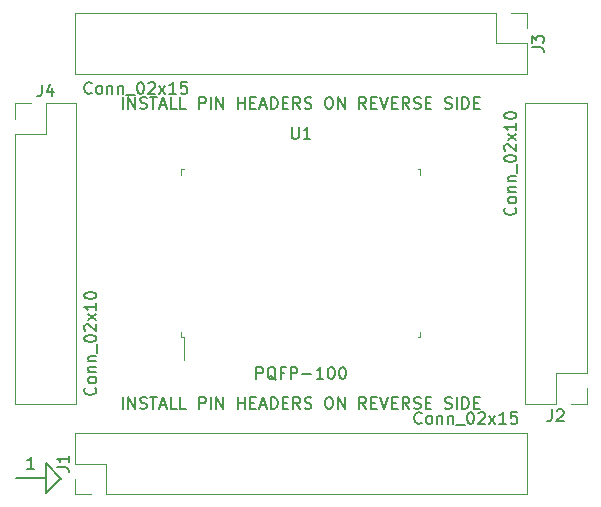
<source format=gbr>
%TF.GenerationSoftware,KiCad,Pcbnew,(6.0.11)*%
%TF.CreationDate,2024-01-13T12:12:08-05:00*%
%TF.ProjectId,PQFP-100-Adapter,50514650-2d31-4303-902d-416461707465,rev?*%
%TF.SameCoordinates,Original*%
%TF.FileFunction,Legend,Top*%
%TF.FilePolarity,Positive*%
%FSLAX46Y46*%
G04 Gerber Fmt 4.6, Leading zero omitted, Abs format (unit mm)*
G04 Created by KiCad (PCBNEW (6.0.11)) date 2024-01-13 12:12:08*
%MOMM*%
%LPD*%
G01*
G04 APERTURE LIST*
%ADD10C,0.150000*%
%ADD11C,0.120000*%
G04 APERTURE END LIST*
D10*
X129825714Y-116022380D02*
X129254285Y-116022380D01*
X129540000Y-116022380D02*
X129540000Y-115022380D01*
X129444761Y-115165238D01*
X129349523Y-115260476D01*
X129254285Y-115308095D01*
X130805000Y-116840000D02*
X128270000Y-116840000D01*
X130805000Y-118110000D02*
X132080000Y-116835000D01*
X130805000Y-115570000D02*
X130805000Y-118110000D01*
X132080000Y-116845000D02*
X130805000Y-115570000D01*
X137304761Y-110942380D02*
X137304761Y-109942380D01*
X137780952Y-110942380D02*
X137780952Y-109942380D01*
X138352380Y-110942380D01*
X138352380Y-109942380D01*
X138780952Y-110894761D02*
X138923809Y-110942380D01*
X139161904Y-110942380D01*
X139257142Y-110894761D01*
X139304761Y-110847142D01*
X139352380Y-110751904D01*
X139352380Y-110656666D01*
X139304761Y-110561428D01*
X139257142Y-110513809D01*
X139161904Y-110466190D01*
X138971428Y-110418571D01*
X138876190Y-110370952D01*
X138828571Y-110323333D01*
X138780952Y-110228095D01*
X138780952Y-110132857D01*
X138828571Y-110037619D01*
X138876190Y-109990000D01*
X138971428Y-109942380D01*
X139209523Y-109942380D01*
X139352380Y-109990000D01*
X139638095Y-109942380D02*
X140209523Y-109942380D01*
X139923809Y-110942380D02*
X139923809Y-109942380D01*
X140495238Y-110656666D02*
X140971428Y-110656666D01*
X140400000Y-110942380D02*
X140733333Y-109942380D01*
X141066666Y-110942380D01*
X141876190Y-110942380D02*
X141400000Y-110942380D01*
X141400000Y-109942380D01*
X142685714Y-110942380D02*
X142209523Y-110942380D01*
X142209523Y-109942380D01*
X143780952Y-110942380D02*
X143780952Y-109942380D01*
X144161904Y-109942380D01*
X144257142Y-109990000D01*
X144304761Y-110037619D01*
X144352380Y-110132857D01*
X144352380Y-110275714D01*
X144304761Y-110370952D01*
X144257142Y-110418571D01*
X144161904Y-110466190D01*
X143780952Y-110466190D01*
X144780952Y-110942380D02*
X144780952Y-109942380D01*
X145257142Y-110942380D02*
X145257142Y-109942380D01*
X145828571Y-110942380D01*
X145828571Y-109942380D01*
X147066666Y-110942380D02*
X147066666Y-109942380D01*
X147066666Y-110418571D02*
X147638095Y-110418571D01*
X147638095Y-110942380D02*
X147638095Y-109942380D01*
X148114285Y-110418571D02*
X148447619Y-110418571D01*
X148590476Y-110942380D02*
X148114285Y-110942380D01*
X148114285Y-109942380D01*
X148590476Y-109942380D01*
X148971428Y-110656666D02*
X149447619Y-110656666D01*
X148876190Y-110942380D02*
X149209523Y-109942380D01*
X149542857Y-110942380D01*
X149876190Y-110942380D02*
X149876190Y-109942380D01*
X150114285Y-109942380D01*
X150257142Y-109990000D01*
X150352380Y-110085238D01*
X150400000Y-110180476D01*
X150447619Y-110370952D01*
X150447619Y-110513809D01*
X150400000Y-110704285D01*
X150352380Y-110799523D01*
X150257142Y-110894761D01*
X150114285Y-110942380D01*
X149876190Y-110942380D01*
X150876190Y-110418571D02*
X151209523Y-110418571D01*
X151352380Y-110942380D02*
X150876190Y-110942380D01*
X150876190Y-109942380D01*
X151352380Y-109942380D01*
X152352380Y-110942380D02*
X152019047Y-110466190D01*
X151780952Y-110942380D02*
X151780952Y-109942380D01*
X152161904Y-109942380D01*
X152257142Y-109990000D01*
X152304761Y-110037619D01*
X152352380Y-110132857D01*
X152352380Y-110275714D01*
X152304761Y-110370952D01*
X152257142Y-110418571D01*
X152161904Y-110466190D01*
X151780952Y-110466190D01*
X152733333Y-110894761D02*
X152876190Y-110942380D01*
X153114285Y-110942380D01*
X153209523Y-110894761D01*
X153257142Y-110847142D01*
X153304761Y-110751904D01*
X153304761Y-110656666D01*
X153257142Y-110561428D01*
X153209523Y-110513809D01*
X153114285Y-110466190D01*
X152923809Y-110418571D01*
X152828571Y-110370952D01*
X152780952Y-110323333D01*
X152733333Y-110228095D01*
X152733333Y-110132857D01*
X152780952Y-110037619D01*
X152828571Y-109990000D01*
X152923809Y-109942380D01*
X153161904Y-109942380D01*
X153304761Y-109990000D01*
X154685714Y-109942380D02*
X154876190Y-109942380D01*
X154971428Y-109990000D01*
X155066666Y-110085238D01*
X155114285Y-110275714D01*
X155114285Y-110609047D01*
X155066666Y-110799523D01*
X154971428Y-110894761D01*
X154876190Y-110942380D01*
X154685714Y-110942380D01*
X154590476Y-110894761D01*
X154495238Y-110799523D01*
X154447619Y-110609047D01*
X154447619Y-110275714D01*
X154495238Y-110085238D01*
X154590476Y-109990000D01*
X154685714Y-109942380D01*
X155542857Y-110942380D02*
X155542857Y-109942380D01*
X156114285Y-110942380D01*
X156114285Y-109942380D01*
X157923809Y-110942380D02*
X157590476Y-110466190D01*
X157352380Y-110942380D02*
X157352380Y-109942380D01*
X157733333Y-109942380D01*
X157828571Y-109990000D01*
X157876190Y-110037619D01*
X157923809Y-110132857D01*
X157923809Y-110275714D01*
X157876190Y-110370952D01*
X157828571Y-110418571D01*
X157733333Y-110466190D01*
X157352380Y-110466190D01*
X158352380Y-110418571D02*
X158685714Y-110418571D01*
X158828571Y-110942380D02*
X158352380Y-110942380D01*
X158352380Y-109942380D01*
X158828571Y-109942380D01*
X159114285Y-109942380D02*
X159447619Y-110942380D01*
X159780952Y-109942380D01*
X160114285Y-110418571D02*
X160447619Y-110418571D01*
X160590476Y-110942380D02*
X160114285Y-110942380D01*
X160114285Y-109942380D01*
X160590476Y-109942380D01*
X161590476Y-110942380D02*
X161257142Y-110466190D01*
X161019047Y-110942380D02*
X161019047Y-109942380D01*
X161400000Y-109942380D01*
X161495238Y-109990000D01*
X161542857Y-110037619D01*
X161590476Y-110132857D01*
X161590476Y-110275714D01*
X161542857Y-110370952D01*
X161495238Y-110418571D01*
X161400000Y-110466190D01*
X161019047Y-110466190D01*
X161971428Y-110894761D02*
X162114285Y-110942380D01*
X162352380Y-110942380D01*
X162447619Y-110894761D01*
X162495238Y-110847142D01*
X162542857Y-110751904D01*
X162542857Y-110656666D01*
X162495238Y-110561428D01*
X162447619Y-110513809D01*
X162352380Y-110466190D01*
X162161904Y-110418571D01*
X162066666Y-110370952D01*
X162019047Y-110323333D01*
X161971428Y-110228095D01*
X161971428Y-110132857D01*
X162019047Y-110037619D01*
X162066666Y-109990000D01*
X162161904Y-109942380D01*
X162400000Y-109942380D01*
X162542857Y-109990000D01*
X162971428Y-110418571D02*
X163304761Y-110418571D01*
X163447619Y-110942380D02*
X162971428Y-110942380D01*
X162971428Y-109942380D01*
X163447619Y-109942380D01*
X164590476Y-110894761D02*
X164733333Y-110942380D01*
X164971428Y-110942380D01*
X165066666Y-110894761D01*
X165114285Y-110847142D01*
X165161904Y-110751904D01*
X165161904Y-110656666D01*
X165114285Y-110561428D01*
X165066666Y-110513809D01*
X164971428Y-110466190D01*
X164780952Y-110418571D01*
X164685714Y-110370952D01*
X164638095Y-110323333D01*
X164590476Y-110228095D01*
X164590476Y-110132857D01*
X164638095Y-110037619D01*
X164685714Y-109990000D01*
X164780952Y-109942380D01*
X165019047Y-109942380D01*
X165161904Y-109990000D01*
X165590476Y-110942380D02*
X165590476Y-109942380D01*
X166066666Y-110942380D02*
X166066666Y-109942380D01*
X166304761Y-109942380D01*
X166447619Y-109990000D01*
X166542857Y-110085238D01*
X166590476Y-110180476D01*
X166638095Y-110370952D01*
X166638095Y-110513809D01*
X166590476Y-110704285D01*
X166542857Y-110799523D01*
X166447619Y-110894761D01*
X166304761Y-110942380D01*
X166066666Y-110942380D01*
X167066666Y-110418571D02*
X167399999Y-110418571D01*
X167542857Y-110942380D02*
X167066666Y-110942380D01*
X167066666Y-109942380D01*
X167542857Y-109942380D01*
X137304761Y-85542380D02*
X137304761Y-84542380D01*
X137780952Y-85542380D02*
X137780952Y-84542380D01*
X138352380Y-85542380D01*
X138352380Y-84542380D01*
X138780952Y-85494761D02*
X138923809Y-85542380D01*
X139161904Y-85542380D01*
X139257142Y-85494761D01*
X139304761Y-85447142D01*
X139352380Y-85351904D01*
X139352380Y-85256666D01*
X139304761Y-85161428D01*
X139257142Y-85113809D01*
X139161904Y-85066190D01*
X138971428Y-85018571D01*
X138876190Y-84970952D01*
X138828571Y-84923333D01*
X138780952Y-84828095D01*
X138780952Y-84732857D01*
X138828571Y-84637619D01*
X138876190Y-84590000D01*
X138971428Y-84542380D01*
X139209523Y-84542380D01*
X139352380Y-84590000D01*
X139638095Y-84542380D02*
X140209523Y-84542380D01*
X139923809Y-85542380D02*
X139923809Y-84542380D01*
X140495238Y-85256666D02*
X140971428Y-85256666D01*
X140400000Y-85542380D02*
X140733333Y-84542380D01*
X141066666Y-85542380D01*
X141876190Y-85542380D02*
X141400000Y-85542380D01*
X141400000Y-84542380D01*
X142685714Y-85542380D02*
X142209523Y-85542380D01*
X142209523Y-84542380D01*
X143780952Y-85542380D02*
X143780952Y-84542380D01*
X144161904Y-84542380D01*
X144257142Y-84590000D01*
X144304761Y-84637619D01*
X144352380Y-84732857D01*
X144352380Y-84875714D01*
X144304761Y-84970952D01*
X144257142Y-85018571D01*
X144161904Y-85066190D01*
X143780952Y-85066190D01*
X144780952Y-85542380D02*
X144780952Y-84542380D01*
X145257142Y-85542380D02*
X145257142Y-84542380D01*
X145828571Y-85542380D01*
X145828571Y-84542380D01*
X147066666Y-85542380D02*
X147066666Y-84542380D01*
X147066666Y-85018571D02*
X147638095Y-85018571D01*
X147638095Y-85542380D02*
X147638095Y-84542380D01*
X148114285Y-85018571D02*
X148447619Y-85018571D01*
X148590476Y-85542380D02*
X148114285Y-85542380D01*
X148114285Y-84542380D01*
X148590476Y-84542380D01*
X148971428Y-85256666D02*
X149447619Y-85256666D01*
X148876190Y-85542380D02*
X149209523Y-84542380D01*
X149542857Y-85542380D01*
X149876190Y-85542380D02*
X149876190Y-84542380D01*
X150114285Y-84542380D01*
X150257142Y-84590000D01*
X150352380Y-84685238D01*
X150400000Y-84780476D01*
X150447619Y-84970952D01*
X150447619Y-85113809D01*
X150400000Y-85304285D01*
X150352380Y-85399523D01*
X150257142Y-85494761D01*
X150114285Y-85542380D01*
X149876190Y-85542380D01*
X150876190Y-85018571D02*
X151209523Y-85018571D01*
X151352380Y-85542380D02*
X150876190Y-85542380D01*
X150876190Y-84542380D01*
X151352380Y-84542380D01*
X152352380Y-85542380D02*
X152019047Y-85066190D01*
X151780952Y-85542380D02*
X151780952Y-84542380D01*
X152161904Y-84542380D01*
X152257142Y-84590000D01*
X152304761Y-84637619D01*
X152352380Y-84732857D01*
X152352380Y-84875714D01*
X152304761Y-84970952D01*
X152257142Y-85018571D01*
X152161904Y-85066190D01*
X151780952Y-85066190D01*
X152733333Y-85494761D02*
X152876190Y-85542380D01*
X153114285Y-85542380D01*
X153209523Y-85494761D01*
X153257142Y-85447142D01*
X153304761Y-85351904D01*
X153304761Y-85256666D01*
X153257142Y-85161428D01*
X153209523Y-85113809D01*
X153114285Y-85066190D01*
X152923809Y-85018571D01*
X152828571Y-84970952D01*
X152780952Y-84923333D01*
X152733333Y-84828095D01*
X152733333Y-84732857D01*
X152780952Y-84637619D01*
X152828571Y-84590000D01*
X152923809Y-84542380D01*
X153161904Y-84542380D01*
X153304761Y-84590000D01*
X154685714Y-84542380D02*
X154876190Y-84542380D01*
X154971428Y-84590000D01*
X155066666Y-84685238D01*
X155114285Y-84875714D01*
X155114285Y-85209047D01*
X155066666Y-85399523D01*
X154971428Y-85494761D01*
X154876190Y-85542380D01*
X154685714Y-85542380D01*
X154590476Y-85494761D01*
X154495238Y-85399523D01*
X154447619Y-85209047D01*
X154447619Y-84875714D01*
X154495238Y-84685238D01*
X154590476Y-84590000D01*
X154685714Y-84542380D01*
X155542857Y-85542380D02*
X155542857Y-84542380D01*
X156114285Y-85542380D01*
X156114285Y-84542380D01*
X157923809Y-85542380D02*
X157590476Y-85066190D01*
X157352380Y-85542380D02*
X157352380Y-84542380D01*
X157733333Y-84542380D01*
X157828571Y-84590000D01*
X157876190Y-84637619D01*
X157923809Y-84732857D01*
X157923809Y-84875714D01*
X157876190Y-84970952D01*
X157828571Y-85018571D01*
X157733333Y-85066190D01*
X157352380Y-85066190D01*
X158352380Y-85018571D02*
X158685714Y-85018571D01*
X158828571Y-85542380D02*
X158352380Y-85542380D01*
X158352380Y-84542380D01*
X158828571Y-84542380D01*
X159114285Y-84542380D02*
X159447619Y-85542380D01*
X159780952Y-84542380D01*
X160114285Y-85018571D02*
X160447619Y-85018571D01*
X160590476Y-85542380D02*
X160114285Y-85542380D01*
X160114285Y-84542380D01*
X160590476Y-84542380D01*
X161590476Y-85542380D02*
X161257142Y-85066190D01*
X161019047Y-85542380D02*
X161019047Y-84542380D01*
X161400000Y-84542380D01*
X161495238Y-84590000D01*
X161542857Y-84637619D01*
X161590476Y-84732857D01*
X161590476Y-84875714D01*
X161542857Y-84970952D01*
X161495238Y-85018571D01*
X161400000Y-85066190D01*
X161019047Y-85066190D01*
X161971428Y-85494761D02*
X162114285Y-85542380D01*
X162352380Y-85542380D01*
X162447619Y-85494761D01*
X162495238Y-85447142D01*
X162542857Y-85351904D01*
X162542857Y-85256666D01*
X162495238Y-85161428D01*
X162447619Y-85113809D01*
X162352380Y-85066190D01*
X162161904Y-85018571D01*
X162066666Y-84970952D01*
X162019047Y-84923333D01*
X161971428Y-84828095D01*
X161971428Y-84732857D01*
X162019047Y-84637619D01*
X162066666Y-84590000D01*
X162161904Y-84542380D01*
X162400000Y-84542380D01*
X162542857Y-84590000D01*
X162971428Y-85018571D02*
X163304761Y-85018571D01*
X163447619Y-85542380D02*
X162971428Y-85542380D01*
X162971428Y-84542380D01*
X163447619Y-84542380D01*
X164590476Y-85494761D02*
X164733333Y-85542380D01*
X164971428Y-85542380D01*
X165066666Y-85494761D01*
X165114285Y-85447142D01*
X165161904Y-85351904D01*
X165161904Y-85256666D01*
X165114285Y-85161428D01*
X165066666Y-85113809D01*
X164971428Y-85066190D01*
X164780952Y-85018571D01*
X164685714Y-84970952D01*
X164638095Y-84923333D01*
X164590476Y-84828095D01*
X164590476Y-84732857D01*
X164638095Y-84637619D01*
X164685714Y-84590000D01*
X164780952Y-84542380D01*
X165019047Y-84542380D01*
X165161904Y-84590000D01*
X165590476Y-85542380D02*
X165590476Y-84542380D01*
X166066666Y-85542380D02*
X166066666Y-84542380D01*
X166304761Y-84542380D01*
X166447619Y-84590000D01*
X166542857Y-84685238D01*
X166590476Y-84780476D01*
X166638095Y-84970952D01*
X166638095Y-85113809D01*
X166590476Y-85304285D01*
X166542857Y-85399523D01*
X166447619Y-85494761D01*
X166304761Y-85542380D01*
X166066666Y-85542380D01*
X167066666Y-85018571D02*
X167399999Y-85018571D01*
X167542857Y-85542380D02*
X167066666Y-85542380D01*
X167066666Y-84542380D01*
X167542857Y-84542380D01*
%TO.C,J3*%
X171962380Y-80343333D02*
X172676666Y-80343333D01*
X172819523Y-80390952D01*
X172914761Y-80486190D01*
X172962380Y-80629047D01*
X172962380Y-80724285D01*
X171962380Y-79962380D02*
X171962380Y-79343333D01*
X172343333Y-79676666D01*
X172343333Y-79533809D01*
X172390952Y-79438571D01*
X172438571Y-79390952D01*
X172533809Y-79343333D01*
X172771904Y-79343333D01*
X172867142Y-79390952D01*
X172914761Y-79438571D01*
X172962380Y-79533809D01*
X172962380Y-79819523D01*
X172914761Y-79914761D01*
X172867142Y-79962380D01*
X134691904Y-84177142D02*
X134644285Y-84224761D01*
X134501428Y-84272380D01*
X134406190Y-84272380D01*
X134263333Y-84224761D01*
X134168095Y-84129523D01*
X134120476Y-84034285D01*
X134072857Y-83843809D01*
X134072857Y-83700952D01*
X134120476Y-83510476D01*
X134168095Y-83415238D01*
X134263333Y-83320000D01*
X134406190Y-83272380D01*
X134501428Y-83272380D01*
X134644285Y-83320000D01*
X134691904Y-83367619D01*
X135263333Y-84272380D02*
X135168095Y-84224761D01*
X135120476Y-84177142D01*
X135072857Y-84081904D01*
X135072857Y-83796190D01*
X135120476Y-83700952D01*
X135168095Y-83653333D01*
X135263333Y-83605714D01*
X135406190Y-83605714D01*
X135501428Y-83653333D01*
X135549047Y-83700952D01*
X135596666Y-83796190D01*
X135596666Y-84081904D01*
X135549047Y-84177142D01*
X135501428Y-84224761D01*
X135406190Y-84272380D01*
X135263333Y-84272380D01*
X136025238Y-83605714D02*
X136025238Y-84272380D01*
X136025238Y-83700952D02*
X136072857Y-83653333D01*
X136168095Y-83605714D01*
X136310952Y-83605714D01*
X136406190Y-83653333D01*
X136453809Y-83748571D01*
X136453809Y-84272380D01*
X136930000Y-83605714D02*
X136930000Y-84272380D01*
X136930000Y-83700952D02*
X136977619Y-83653333D01*
X137072857Y-83605714D01*
X137215714Y-83605714D01*
X137310952Y-83653333D01*
X137358571Y-83748571D01*
X137358571Y-84272380D01*
X137596666Y-84367619D02*
X138358571Y-84367619D01*
X138787142Y-83272380D02*
X138882380Y-83272380D01*
X138977619Y-83320000D01*
X139025238Y-83367619D01*
X139072857Y-83462857D01*
X139120476Y-83653333D01*
X139120476Y-83891428D01*
X139072857Y-84081904D01*
X139025238Y-84177142D01*
X138977619Y-84224761D01*
X138882380Y-84272380D01*
X138787142Y-84272380D01*
X138691904Y-84224761D01*
X138644285Y-84177142D01*
X138596666Y-84081904D01*
X138549047Y-83891428D01*
X138549047Y-83653333D01*
X138596666Y-83462857D01*
X138644285Y-83367619D01*
X138691904Y-83320000D01*
X138787142Y-83272380D01*
X139501428Y-83367619D02*
X139549047Y-83320000D01*
X139644285Y-83272380D01*
X139882380Y-83272380D01*
X139977619Y-83320000D01*
X140025238Y-83367619D01*
X140072857Y-83462857D01*
X140072857Y-83558095D01*
X140025238Y-83700952D01*
X139453809Y-84272380D01*
X140072857Y-84272380D01*
X140406190Y-84272380D02*
X140930000Y-83605714D01*
X140406190Y-83605714D02*
X140930000Y-84272380D01*
X141834761Y-84272380D02*
X141263333Y-84272380D01*
X141549047Y-84272380D02*
X141549047Y-83272380D01*
X141453809Y-83415238D01*
X141358571Y-83510476D01*
X141263333Y-83558095D01*
X142739523Y-83272380D02*
X142263333Y-83272380D01*
X142215714Y-83748571D01*
X142263333Y-83700952D01*
X142358571Y-83653333D01*
X142596666Y-83653333D01*
X142691904Y-83700952D01*
X142739523Y-83748571D01*
X142787142Y-83843809D01*
X142787142Y-84081904D01*
X142739523Y-84177142D01*
X142691904Y-84224761D01*
X142596666Y-84272380D01*
X142358571Y-84272380D01*
X142263333Y-84224761D01*
X142215714Y-84177142D01*
%TO.C,J2*%
X173656666Y-111002380D02*
X173656666Y-111716666D01*
X173609047Y-111859523D01*
X173513809Y-111954761D01*
X173370952Y-112002380D01*
X173275714Y-112002380D01*
X174085238Y-111097619D02*
X174132857Y-111050000D01*
X174228095Y-111002380D01*
X174466190Y-111002380D01*
X174561428Y-111050000D01*
X174609047Y-111097619D01*
X174656666Y-111192857D01*
X174656666Y-111288095D01*
X174609047Y-111430952D01*
X174037619Y-112002380D01*
X174656666Y-112002380D01*
X170537142Y-93908095D02*
X170584761Y-93955714D01*
X170632380Y-94098571D01*
X170632380Y-94193809D01*
X170584761Y-94336666D01*
X170489523Y-94431904D01*
X170394285Y-94479523D01*
X170203809Y-94527142D01*
X170060952Y-94527142D01*
X169870476Y-94479523D01*
X169775238Y-94431904D01*
X169680000Y-94336666D01*
X169632380Y-94193809D01*
X169632380Y-94098571D01*
X169680000Y-93955714D01*
X169727619Y-93908095D01*
X170632380Y-93336666D02*
X170584761Y-93431904D01*
X170537142Y-93479523D01*
X170441904Y-93527142D01*
X170156190Y-93527142D01*
X170060952Y-93479523D01*
X170013333Y-93431904D01*
X169965714Y-93336666D01*
X169965714Y-93193809D01*
X170013333Y-93098571D01*
X170060952Y-93050952D01*
X170156190Y-93003333D01*
X170441904Y-93003333D01*
X170537142Y-93050952D01*
X170584761Y-93098571D01*
X170632380Y-93193809D01*
X170632380Y-93336666D01*
X169965714Y-92574761D02*
X170632380Y-92574761D01*
X170060952Y-92574761D02*
X170013333Y-92527142D01*
X169965714Y-92431904D01*
X169965714Y-92289047D01*
X170013333Y-92193809D01*
X170108571Y-92146190D01*
X170632380Y-92146190D01*
X169965714Y-91670000D02*
X170632380Y-91670000D01*
X170060952Y-91670000D02*
X170013333Y-91622380D01*
X169965714Y-91527142D01*
X169965714Y-91384285D01*
X170013333Y-91289047D01*
X170108571Y-91241428D01*
X170632380Y-91241428D01*
X170727619Y-91003333D02*
X170727619Y-90241428D01*
X169632380Y-89812857D02*
X169632380Y-89717619D01*
X169680000Y-89622380D01*
X169727619Y-89574761D01*
X169822857Y-89527142D01*
X170013333Y-89479523D01*
X170251428Y-89479523D01*
X170441904Y-89527142D01*
X170537142Y-89574761D01*
X170584761Y-89622380D01*
X170632380Y-89717619D01*
X170632380Y-89812857D01*
X170584761Y-89908095D01*
X170537142Y-89955714D01*
X170441904Y-90003333D01*
X170251428Y-90050952D01*
X170013333Y-90050952D01*
X169822857Y-90003333D01*
X169727619Y-89955714D01*
X169680000Y-89908095D01*
X169632380Y-89812857D01*
X169727619Y-89098571D02*
X169680000Y-89050952D01*
X169632380Y-88955714D01*
X169632380Y-88717619D01*
X169680000Y-88622380D01*
X169727619Y-88574761D01*
X169822857Y-88527142D01*
X169918095Y-88527142D01*
X170060952Y-88574761D01*
X170632380Y-89146190D01*
X170632380Y-88527142D01*
X170632380Y-88193809D02*
X169965714Y-87670000D01*
X169965714Y-88193809D02*
X170632380Y-87670000D01*
X170632380Y-86765238D02*
X170632380Y-87336666D01*
X170632380Y-87050952D02*
X169632380Y-87050952D01*
X169775238Y-87146190D01*
X169870476Y-87241428D01*
X169918095Y-87336666D01*
X169632380Y-86146190D02*
X169632380Y-86050952D01*
X169680000Y-85955714D01*
X169727619Y-85908095D01*
X169822857Y-85860476D01*
X170013333Y-85812857D01*
X170251428Y-85812857D01*
X170441904Y-85860476D01*
X170537142Y-85908095D01*
X170584761Y-85955714D01*
X170632380Y-86050952D01*
X170632380Y-86146190D01*
X170584761Y-86241428D01*
X170537142Y-86289047D01*
X170441904Y-86336666D01*
X170251428Y-86384285D01*
X170013333Y-86384285D01*
X169822857Y-86336666D01*
X169727619Y-86289047D01*
X169680000Y-86241428D01*
X169632380Y-86146190D01*
%TO.C,J4*%
X130471666Y-83487380D02*
X130471666Y-84201666D01*
X130424047Y-84344523D01*
X130328809Y-84439761D01*
X130185952Y-84487380D01*
X130090714Y-84487380D01*
X131376428Y-83820714D02*
X131376428Y-84487380D01*
X131138333Y-83439761D02*
X130900238Y-84154047D01*
X131519285Y-84154047D01*
X134977142Y-109148095D02*
X135024761Y-109195714D01*
X135072380Y-109338571D01*
X135072380Y-109433809D01*
X135024761Y-109576666D01*
X134929523Y-109671904D01*
X134834285Y-109719523D01*
X134643809Y-109767142D01*
X134500952Y-109767142D01*
X134310476Y-109719523D01*
X134215238Y-109671904D01*
X134120000Y-109576666D01*
X134072380Y-109433809D01*
X134072380Y-109338571D01*
X134120000Y-109195714D01*
X134167619Y-109148095D01*
X135072380Y-108576666D02*
X135024761Y-108671904D01*
X134977142Y-108719523D01*
X134881904Y-108767142D01*
X134596190Y-108767142D01*
X134500952Y-108719523D01*
X134453333Y-108671904D01*
X134405714Y-108576666D01*
X134405714Y-108433809D01*
X134453333Y-108338571D01*
X134500952Y-108290952D01*
X134596190Y-108243333D01*
X134881904Y-108243333D01*
X134977142Y-108290952D01*
X135024761Y-108338571D01*
X135072380Y-108433809D01*
X135072380Y-108576666D01*
X134405714Y-107814761D02*
X135072380Y-107814761D01*
X134500952Y-107814761D02*
X134453333Y-107767142D01*
X134405714Y-107671904D01*
X134405714Y-107529047D01*
X134453333Y-107433809D01*
X134548571Y-107386190D01*
X135072380Y-107386190D01*
X134405714Y-106910000D02*
X135072380Y-106910000D01*
X134500952Y-106910000D02*
X134453333Y-106862380D01*
X134405714Y-106767142D01*
X134405714Y-106624285D01*
X134453333Y-106529047D01*
X134548571Y-106481428D01*
X135072380Y-106481428D01*
X135167619Y-106243333D02*
X135167619Y-105481428D01*
X134072380Y-105052857D02*
X134072380Y-104957619D01*
X134120000Y-104862380D01*
X134167619Y-104814761D01*
X134262857Y-104767142D01*
X134453333Y-104719523D01*
X134691428Y-104719523D01*
X134881904Y-104767142D01*
X134977142Y-104814761D01*
X135024761Y-104862380D01*
X135072380Y-104957619D01*
X135072380Y-105052857D01*
X135024761Y-105148095D01*
X134977142Y-105195714D01*
X134881904Y-105243333D01*
X134691428Y-105290952D01*
X134453333Y-105290952D01*
X134262857Y-105243333D01*
X134167619Y-105195714D01*
X134120000Y-105148095D01*
X134072380Y-105052857D01*
X134167619Y-104338571D02*
X134120000Y-104290952D01*
X134072380Y-104195714D01*
X134072380Y-103957619D01*
X134120000Y-103862380D01*
X134167619Y-103814761D01*
X134262857Y-103767142D01*
X134358095Y-103767142D01*
X134500952Y-103814761D01*
X135072380Y-104386190D01*
X135072380Y-103767142D01*
X135072380Y-103433809D02*
X134405714Y-102910000D01*
X134405714Y-103433809D02*
X135072380Y-102910000D01*
X135072380Y-102005238D02*
X135072380Y-102576666D01*
X135072380Y-102290952D02*
X134072380Y-102290952D01*
X134215238Y-102386190D01*
X134310476Y-102481428D01*
X134358095Y-102576666D01*
X134072380Y-101386190D02*
X134072380Y-101290952D01*
X134120000Y-101195714D01*
X134167619Y-101148095D01*
X134262857Y-101100476D01*
X134453333Y-101052857D01*
X134691428Y-101052857D01*
X134881904Y-101100476D01*
X134977142Y-101148095D01*
X135024761Y-101195714D01*
X135072380Y-101290952D01*
X135072380Y-101386190D01*
X135024761Y-101481428D01*
X134977142Y-101529047D01*
X134881904Y-101576666D01*
X134691428Y-101624285D01*
X134453333Y-101624285D01*
X134262857Y-101576666D01*
X134167619Y-101529047D01*
X134120000Y-101481428D01*
X134072380Y-101386190D01*
%TO.C,J1*%
X131747380Y-115908333D02*
X132461666Y-115908333D01*
X132604523Y-115955952D01*
X132699761Y-116051190D01*
X132747380Y-116194047D01*
X132747380Y-116289285D01*
X132747380Y-114908333D02*
X132747380Y-115479761D01*
X132747380Y-115194047D02*
X131747380Y-115194047D01*
X131890238Y-115289285D01*
X131985476Y-115384523D01*
X132033095Y-115479761D01*
X162631904Y-112117142D02*
X162584285Y-112164761D01*
X162441428Y-112212380D01*
X162346190Y-112212380D01*
X162203333Y-112164761D01*
X162108095Y-112069523D01*
X162060476Y-111974285D01*
X162012857Y-111783809D01*
X162012857Y-111640952D01*
X162060476Y-111450476D01*
X162108095Y-111355238D01*
X162203333Y-111260000D01*
X162346190Y-111212380D01*
X162441428Y-111212380D01*
X162584285Y-111260000D01*
X162631904Y-111307619D01*
X163203333Y-112212380D02*
X163108095Y-112164761D01*
X163060476Y-112117142D01*
X163012857Y-112021904D01*
X163012857Y-111736190D01*
X163060476Y-111640952D01*
X163108095Y-111593333D01*
X163203333Y-111545714D01*
X163346190Y-111545714D01*
X163441428Y-111593333D01*
X163489047Y-111640952D01*
X163536666Y-111736190D01*
X163536666Y-112021904D01*
X163489047Y-112117142D01*
X163441428Y-112164761D01*
X163346190Y-112212380D01*
X163203333Y-112212380D01*
X163965238Y-111545714D02*
X163965238Y-112212380D01*
X163965238Y-111640952D02*
X164012857Y-111593333D01*
X164108095Y-111545714D01*
X164250952Y-111545714D01*
X164346190Y-111593333D01*
X164393809Y-111688571D01*
X164393809Y-112212380D01*
X164870000Y-111545714D02*
X164870000Y-112212380D01*
X164870000Y-111640952D02*
X164917619Y-111593333D01*
X165012857Y-111545714D01*
X165155714Y-111545714D01*
X165250952Y-111593333D01*
X165298571Y-111688571D01*
X165298571Y-112212380D01*
X165536666Y-112307619D02*
X166298571Y-112307619D01*
X166727142Y-111212380D02*
X166822380Y-111212380D01*
X166917619Y-111260000D01*
X166965238Y-111307619D01*
X167012857Y-111402857D01*
X167060476Y-111593333D01*
X167060476Y-111831428D01*
X167012857Y-112021904D01*
X166965238Y-112117142D01*
X166917619Y-112164761D01*
X166822380Y-112212380D01*
X166727142Y-112212380D01*
X166631904Y-112164761D01*
X166584285Y-112117142D01*
X166536666Y-112021904D01*
X166489047Y-111831428D01*
X166489047Y-111593333D01*
X166536666Y-111402857D01*
X166584285Y-111307619D01*
X166631904Y-111260000D01*
X166727142Y-111212380D01*
X167441428Y-111307619D02*
X167489047Y-111260000D01*
X167584285Y-111212380D01*
X167822380Y-111212380D01*
X167917619Y-111260000D01*
X167965238Y-111307619D01*
X168012857Y-111402857D01*
X168012857Y-111498095D01*
X167965238Y-111640952D01*
X167393809Y-112212380D01*
X168012857Y-112212380D01*
X168346190Y-112212380D02*
X168870000Y-111545714D01*
X168346190Y-111545714D02*
X168870000Y-112212380D01*
X169774761Y-112212380D02*
X169203333Y-112212380D01*
X169489047Y-112212380D02*
X169489047Y-111212380D01*
X169393809Y-111355238D01*
X169298571Y-111450476D01*
X169203333Y-111498095D01*
X170679523Y-111212380D02*
X170203333Y-111212380D01*
X170155714Y-111688571D01*
X170203333Y-111640952D01*
X170298571Y-111593333D01*
X170536666Y-111593333D01*
X170631904Y-111640952D01*
X170679523Y-111688571D01*
X170727142Y-111783809D01*
X170727142Y-112021904D01*
X170679523Y-112117142D01*
X170631904Y-112164761D01*
X170536666Y-112212380D01*
X170298571Y-112212380D01*
X170203333Y-112164761D01*
X170155714Y-112117142D01*
%TO.C,U1*%
X151638095Y-87082380D02*
X151638095Y-87891904D01*
X151685714Y-87987142D01*
X151733333Y-88034761D01*
X151828571Y-88082380D01*
X152019047Y-88082380D01*
X152114285Y-88034761D01*
X152161904Y-87987142D01*
X152209523Y-87891904D01*
X152209523Y-87082380D01*
X153209523Y-88082380D02*
X152638095Y-88082380D01*
X152923809Y-88082380D02*
X152923809Y-87082380D01*
X152828571Y-87225238D01*
X152733333Y-87320476D01*
X152638095Y-87368095D01*
X148638095Y-108402380D02*
X148638095Y-107402380D01*
X149019047Y-107402380D01*
X149114285Y-107450000D01*
X149161904Y-107497619D01*
X149209523Y-107592857D01*
X149209523Y-107735714D01*
X149161904Y-107830952D01*
X149114285Y-107878571D01*
X149019047Y-107926190D01*
X148638095Y-107926190D01*
X150304761Y-108497619D02*
X150209523Y-108450000D01*
X150114285Y-108354761D01*
X149971428Y-108211904D01*
X149876190Y-108164285D01*
X149780952Y-108164285D01*
X149828571Y-108402380D02*
X149733333Y-108354761D01*
X149638095Y-108259523D01*
X149590476Y-108069047D01*
X149590476Y-107735714D01*
X149638095Y-107545238D01*
X149733333Y-107450000D01*
X149828571Y-107402380D01*
X150019047Y-107402380D01*
X150114285Y-107450000D01*
X150209523Y-107545238D01*
X150257142Y-107735714D01*
X150257142Y-108069047D01*
X150209523Y-108259523D01*
X150114285Y-108354761D01*
X150019047Y-108402380D01*
X149828571Y-108402380D01*
X151019047Y-107878571D02*
X150685714Y-107878571D01*
X150685714Y-108402380D02*
X150685714Y-107402380D01*
X151161904Y-107402380D01*
X151542857Y-108402380D02*
X151542857Y-107402380D01*
X151923809Y-107402380D01*
X152019047Y-107450000D01*
X152066666Y-107497619D01*
X152114285Y-107592857D01*
X152114285Y-107735714D01*
X152066666Y-107830952D01*
X152019047Y-107878571D01*
X151923809Y-107926190D01*
X151542857Y-107926190D01*
X152542857Y-108021428D02*
X153304761Y-108021428D01*
X154304761Y-108402380D02*
X153733333Y-108402380D01*
X154019047Y-108402380D02*
X154019047Y-107402380D01*
X153923809Y-107545238D01*
X153828571Y-107640476D01*
X153733333Y-107688095D01*
X154923809Y-107402380D02*
X155019047Y-107402380D01*
X155114285Y-107450000D01*
X155161904Y-107497619D01*
X155209523Y-107592857D01*
X155257142Y-107783333D01*
X155257142Y-108021428D01*
X155209523Y-108211904D01*
X155161904Y-108307142D01*
X155114285Y-108354761D01*
X155019047Y-108402380D01*
X154923809Y-108402380D01*
X154828571Y-108354761D01*
X154780952Y-108307142D01*
X154733333Y-108211904D01*
X154685714Y-108021428D01*
X154685714Y-107783333D01*
X154733333Y-107592857D01*
X154780952Y-107497619D01*
X154828571Y-107450000D01*
X154923809Y-107402380D01*
X155876190Y-107402380D02*
X155971428Y-107402380D01*
X156066666Y-107450000D01*
X156114285Y-107497619D01*
X156161904Y-107592857D01*
X156209523Y-107783333D01*
X156209523Y-108021428D01*
X156161904Y-108211904D01*
X156114285Y-108307142D01*
X156066666Y-108354761D01*
X155971428Y-108402380D01*
X155876190Y-108402380D01*
X155780952Y-108354761D01*
X155733333Y-108307142D01*
X155685714Y-108211904D01*
X155638095Y-108021428D01*
X155638095Y-107783333D01*
X155685714Y-107592857D01*
X155733333Y-107497619D01*
X155780952Y-107450000D01*
X155876190Y-107402380D01*
D11*
%TO.C,J3*%
X171510000Y-82610000D02*
X133290000Y-82610000D01*
X171510000Y-80010000D02*
X171510000Y-82610000D01*
X171510000Y-77410000D02*
X171510000Y-78740000D01*
X168910000Y-77410000D02*
X133290000Y-77410000D01*
X168910000Y-77410000D02*
X168910000Y-80010000D01*
X170180000Y-77410000D02*
X171510000Y-77410000D01*
X168910000Y-80010000D02*
X171510000Y-80010000D01*
X133290000Y-77410000D02*
X133290000Y-82610000D01*
%TO.C,J2*%
X173990000Y-110550000D02*
X171390000Y-110550000D01*
X173990000Y-107950000D02*
X173990000Y-110550000D01*
X176590000Y-109220000D02*
X176590000Y-110550000D01*
X176590000Y-107950000D02*
X173990000Y-107950000D01*
X176590000Y-107950000D02*
X176590000Y-85030000D01*
X176590000Y-110550000D02*
X175260000Y-110550000D01*
X176590000Y-85030000D02*
X171390000Y-85030000D01*
X171390000Y-110550000D02*
X171390000Y-85030000D01*
%TO.C,J4*%
X130805000Y-85035000D02*
X133405000Y-85035000D01*
X128205000Y-85035000D02*
X129535000Y-85035000D01*
X128205000Y-110555000D02*
X133405000Y-110555000D01*
X130805000Y-87635000D02*
X130805000Y-85035000D01*
X128205000Y-87635000D02*
X130805000Y-87635000D01*
X128205000Y-86365000D02*
X128205000Y-85035000D01*
X133405000Y-85035000D02*
X133405000Y-110555000D01*
X128205000Y-87635000D02*
X128205000Y-110555000D01*
%TO.C,J1*%
X171515000Y-118175000D02*
X171515000Y-112975000D01*
X135895000Y-118175000D02*
X135895000Y-115575000D01*
X134625000Y-118175000D02*
X133295000Y-118175000D01*
X133295000Y-118175000D02*
X133295000Y-116845000D01*
X133295000Y-115575000D02*
X133295000Y-112975000D01*
X135895000Y-118175000D02*
X171515000Y-118175000D01*
X135895000Y-115575000D02*
X133295000Y-115575000D01*
X133295000Y-112975000D02*
X171515000Y-112975000D01*
%TO.C,U1*%
X142290000Y-104900000D02*
X142515000Y-104900000D01*
X162510000Y-104425000D02*
X162510000Y-104900000D01*
X162510000Y-91155000D02*
X162510000Y-90680000D01*
X142515000Y-104900000D02*
X142515000Y-106790000D01*
X162510000Y-90680000D02*
X162285000Y-90680000D01*
X142290000Y-104425000D02*
X142290000Y-104900000D01*
X142290000Y-90680000D02*
X142515000Y-90680000D01*
X142290000Y-91155000D02*
X142290000Y-90680000D01*
X162510000Y-104900000D02*
X162285000Y-104900000D01*
%TD*%
M02*

</source>
